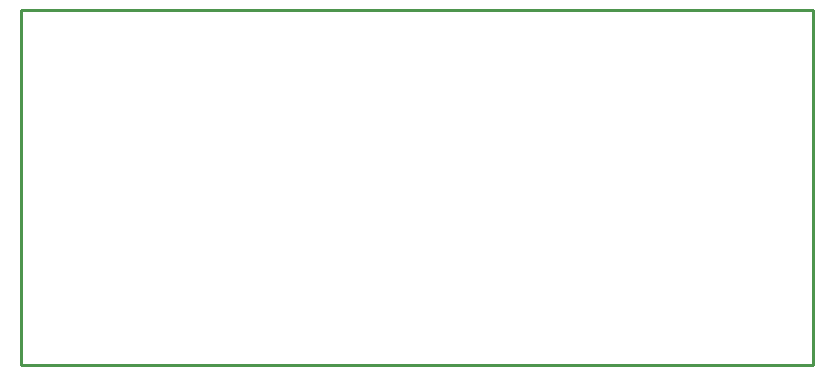
<source format=gm1>
G04*
G04 #@! TF.GenerationSoftware,Altium Limited,Altium Designer,22.10.1 (41)*
G04*
G04 Layer_Color=16711935*
%FSLAX25Y25*%
%MOIN*%
G70*
G04*
G04 #@! TF.SameCoordinates,BC4E6C30-124F-40EF-9140-6EFEC33DBF5C*
G04*
G04*
G04 #@! TF.FilePolarity,Positive*
G04*
G01*
G75*
%ADD10C,0.01000*%
D10*
X263779D01*
X0Y118110D02*
X263779D01*
Y0D02*
Y118110D01*
X0Y0D02*
Y118110D01*
M02*

</source>
